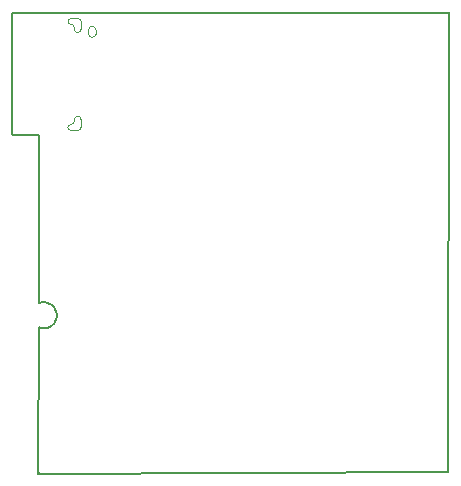
<source format=gbr>
%TF.GenerationSoftware,Altium Limited,Altium Designer,21.4.1 (30)*%
G04 Layer_Color=16711935*
%FSLAX45Y45*%
%MOMM*%
%TF.SameCoordinates,F4A6E2B2-E63A-418B-8CEE-B9A354165880*%
%TF.FilePolarity,Positive*%
%TF.FileFunction,Other,Mechanical_1*%
%TF.Part,Single*%
G01*
G75*
%TA.AperFunction,NonConductor*%
%ADD104C,0.15240*%
%ADD112C,0.00000*%
%ADD134C,0.07620*%
D104*
X3459991Y3890027D02*
X3461979Y3890026D01*
X-219984Y3890027D02*
X3459991Y3890027D01*
X-221979Y3890022D02*
X-219984Y3890027D01*
X-225662Y3888489D02*
X-221979Y3890022D01*
X-228479Y3885665D02*
X-225662Y3888489D01*
X-230002Y3881977D02*
X-228479Y3885665D01*
X-230002Y3881977D02*
X-230000Y3879984D01*
X-230000Y2870000D01*
X-230001Y2868011D02*
X-230000Y2870000D01*
X-230001Y2868011D02*
X-228479Y2864335D01*
X-225666Y2861522D01*
X-221991Y2859999D01*
X-220000Y2860000D01*
X-9990Y2860000D01*
X-8042Y2859808D01*
X-4443Y2858316D01*
X-1692Y2855559D01*
X-207Y2851957D01*
X-18Y2850010D01*
X-2490Y1430956D02*
X-18Y2850010D01*
X-2490Y1430956D02*
X6452Y1434660D01*
X27704Y1438887D01*
X49372D01*
X70624Y1434660D01*
X90643Y1426368D01*
X108659Y1414330D01*
X123981Y1399008D01*
X136019Y1380992D01*
X144311Y1360973D01*
X148538Y1339721D01*
Y1328887D02*
Y1339721D01*
Y1318053D02*
Y1328887D01*
X144311Y1296801D02*
X148538Y1318053D01*
X136019Y1276783D02*
X144311Y1296801D01*
X123981Y1258766D02*
X136019Y1276783D01*
X108659Y1243445D02*
X123981Y1258766D01*
X90643Y1231406D02*
X108659Y1243445D01*
X70624Y1223114D02*
X90643Y1231406D01*
X49372Y1218887D02*
X70624Y1223114D01*
X27704Y1218887D02*
X49372D01*
X6452Y1223114D02*
X27704Y1218887D01*
X-2845Y1226966D02*
X6452Y1223114D01*
X-5000Y-10000D02*
X-2845Y1226966D01*
X-5000Y-10000D02*
X3454979Y-29D01*
X3456975Y-23D01*
X3460660Y1511D01*
X3463481Y4336D01*
X3465009Y8024D01*
X3465013Y10021D01*
X3469974Y3880018D01*
X3469979Y3882007D01*
X3468463Y3885685D02*
X3469979Y3882007D01*
X3465654Y3888501D02*
X3468463Y3885685D01*
X3461979Y3890026D02*
X3465654Y3888501D01*
D112*
X481500Y3745000D02*
G03*
X450000Y3776500I-31500J0D01*
G01*
D02*
G03*
X418500Y3745000I0J-31500D01*
G01*
Y3713000D02*
G03*
X450000Y3681500I31500J0D01*
G01*
D02*
G03*
X481500Y3713000I0J31500D01*
G01*
X330000Y2895000D02*
G03*
X355000Y2920000I0J25000D01*
G01*
Y2987500D02*
G03*
X327500Y3015000I-27500J0D01*
G01*
X327500D02*
G03*
X300000Y2987500I0J-27500D01*
G01*
X270000Y2945000D02*
G03*
X300000Y2975000I0J30000D01*
G01*
X270000Y2945000D02*
G03*
X245000Y2920000I0J-25000D01*
G01*
D02*
G03*
X270000Y2895000I25000J0D01*
G01*
X355000Y3818000D02*
G03*
X330000Y3843000I-25000J0D01*
G01*
X327500Y3723000D02*
G03*
X355000Y3750500I0J27500D01*
G01*
X300000Y3750500D02*
G03*
X327500Y3723000I27500J0D01*
G01*
X300000Y3763000D02*
G03*
X270000Y3793000I-30000J0D01*
G01*
X245000Y3818000D02*
G03*
X270000Y3793000I25000J0D01*
G01*
Y3843000D02*
G03*
X245000Y3818000I0J-25000D01*
G01*
X418500Y3713000D02*
Y3745000D01*
X481500Y3713000D02*
Y3745000D01*
X355000Y2920000D02*
Y2987500D01*
X300000Y2975000D02*
Y2987500D01*
X270000Y2895000D02*
X330000D01*
X355000Y3750500D02*
Y3818000D01*
X300000Y3750500D02*
Y3763000D01*
X270000Y3843000D02*
X330000D01*
D134*
X2666000Y3896000D02*
X3470001Y3900001D01*
X2664000Y3898000D02*
X2666000Y3896000D01*
X0Y3898000D02*
X2664000D01*
X0Y1000D02*
X1000Y0D01*
%TF.MD5,b7b4310c7a63129562015589a5c0a196*%
M02*

</source>
